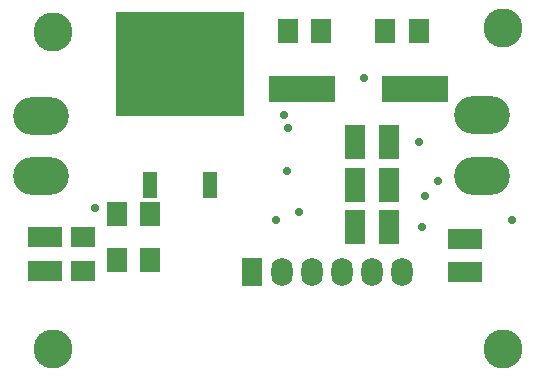
<source format=gbs>
G04*
G04 #@! TF.GenerationSoftware,Altium Limited,Altium Designer,19.0.12 (326)*
G04*
G04 Layer_Color=16711935*
%FSLAX25Y25*%
%MOIN*%
G70*
G01*
G75*
%ADD22O,0.07099X0.09461*%
%ADD23R,0.07099X0.09461*%
%ADD24C,0.02800*%
%ADD25C,0.13005*%
%ADD40R,0.42532X0.34658*%
%ADD41R,0.04737X0.09068*%
%ADD42O,0.18517X0.12611*%
%ADD43R,0.22453X0.08674*%
%ADD44R,0.07099X0.11430*%
%ADD45R,0.07099X0.07887*%
%ADD46R,0.11430X0.07099*%
%ADD47R,0.07887X0.07099*%
D22*
X230000Y406000D02*
D03*
X220000D02*
D03*
X210000D02*
D03*
X200000D02*
D03*
X190000D02*
D03*
D23*
X180000D02*
D03*
D24*
X217403Y470663D02*
D03*
X127500Y427500D02*
D03*
X266500Y423500D02*
D03*
X242000Y436500D02*
D03*
X192000Y454000D02*
D03*
X190500Y458500D02*
D03*
X191776Y439604D02*
D03*
X195500Y426000D02*
D03*
X188000Y423500D02*
D03*
X236500Y421000D02*
D03*
X237500Y431500D02*
D03*
X235500Y449500D02*
D03*
D25*
X113500Y485971D02*
D03*
Y380500D02*
D03*
X263500D02*
D03*
Y487200D02*
D03*
D40*
X156000Y475500D02*
D03*
D41*
X146000Y435146D02*
D03*
X166000D02*
D03*
D42*
X256500Y458500D02*
D03*
Y438000D02*
D03*
X109500Y458000D02*
D03*
Y438000D02*
D03*
D43*
X234201Y467000D02*
D03*
X196799D02*
D03*
D44*
X214488Y435140D02*
D03*
X225512D02*
D03*
X214488Y449500D02*
D03*
X225512D02*
D03*
X214488Y421000D02*
D03*
X225512D02*
D03*
D45*
X146012Y425500D02*
D03*
X134988D02*
D03*
X146012Y410000D02*
D03*
X134988D02*
D03*
X203012Y486500D02*
D03*
X191988D02*
D03*
X235512D02*
D03*
X224488D02*
D03*
D46*
X251000Y417012D02*
D03*
Y405988D02*
D03*
X111000Y406488D02*
D03*
Y417512D02*
D03*
D47*
X123500D02*
D03*
Y406488D02*
D03*
M02*

</source>
